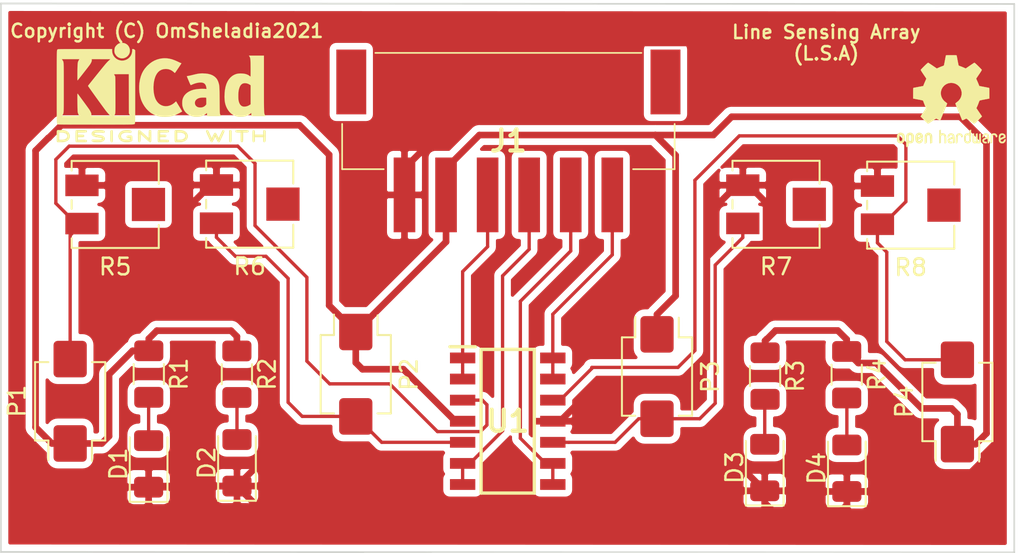
<source format=kicad_pcb>
(kicad_pcb (version 20171130) (host pcbnew "(5.1.4-0)")
  (layers (0 F.Cu signal) (31 B.Cu signal) (34 B.Paste user) (35 F.Paste user) (36 B.SilkS user) (37 F.SilkS user) (38 B.Mask user) (39 F.Mask user) (44 Edge.Cuts user))
  (net 0 "")
  (net 1 GND)
  (net 2 "Net-(D1-Pad2)")
  (net 3 "Net-(D2-Pad2)")
  (net 4 "Net-(D3-Pad2)")
  (net 5 "Net-(D4-Pad2)")
  (net 6 VCC)
  (net 7 01)
  (net 8 02)
  (net 9 03)
  (net 10 04)
  (net 11 "Net-(J1-PadMP1)")
  (net 12 "Net-(J1-PadMP2)")
  (net 13 A1)
  (net 14 A2)
  (net 15 A3)
  (net 16 A4)
  (net 17 "Net-(R5-Pad2)")
  (net 18 "Net-(R6-Pad2)")
  (net 19 "Net-(R7-Pad2)")
  (net 20 "Net-(R8-Pad2)")
  (module S6BXHSM4TBLFSN (layer F.Cu) (at 99.48 53.41)
    (fp_text reference J1 (at 0 1.025) (layer F.SilkS) (effects (font (size 1.27 1.27) (thickness 0.254))))
    (fp_text value S6B-XH-SM4-TB__LF__SN_ hide)
    (pad 1 smd rect (at -6.25 4.275 180) (size 1.3 4.5) (layers F.Cu F.Paste F.Mask) (net 1 GND))
    (pad 2 smd rect (at -3.75 4.275 180) (size 1.3 4.5) (layers F.Cu F.Paste F.Mask) (net 6 VCC))
    (pad 3 smd rect (at -1.25 4.275 180) (size 1.3 4.5) (layers F.Cu F.Paste F.Mask) (net 7 01))
    (pad 4 smd rect (at 1.25 4.275 180) (size 1.3 4.5) (layers F.Cu F.Paste F.Mask) (net 8 02))
    (pad 5 smd rect (at 3.75 4.275 180) (size 1.3 4.5) (layers F.Cu F.Paste F.Mask) (net 9 03))
    (pad 6 smd rect (at 6.25 4.275 180) (size 1.3 4.5) (layers F.Cu F.Paste F.Mask) (net 10 04))
    (pad MP1 smd rect (at -9.45 -2.525 180) (size 1.8 3.9) (layers F.Cu F.Paste F.Mask) (net 11 "Net-(J1-PadMP1)"))
    (pad MP2 smd rect (at 9.45 -2.525 180) (size 1.8 3.9) (layers F.Cu F.Paste F.Mask) (net 12 "Net-(J1-PadMP2)"))
  )
  (module Potentiometer_SMD:Potentiometer_Vishay_TS53YJ_Vertical (layer F.Cu) (at 123.68 58.3 180)
    (fp_text reference R8 (at 0 -3.75 180) (layer F.SilkS))
    (fp_text value R_POT_Small)
    (pad 3 smd rect (at 2 1.15 180) (size 2 1.3) (layers F.Cu F.Paste F.Mask) (net 1 GND))
    (pad 2 smd rect (at -2 0 180) (size 2 2) (layers F.Cu F.Paste F.Mask) (net 20 "Net-(R8-Pad2)"))
    (pad 1 smd rect (at 2 -1.15 180) (size 2 1.3) (layers F.Cu F.Paste F.Mask) (net 16 A4))
  )
  (module Potentiometer_SMD:Potentiometer_Vishay_TS53YJ_Vertical (layer F.Cu) (at 115.58 58.25 180)
    (fp_text reference R7 (at 0 -3.75 180) (layer F.SilkS))
    (fp_text value R_POT_Small)
    (pad 1 smd rect (at 2 -1.15 180) (size 2 1.3) (layers F.Cu F.Paste F.Mask) (net 15 A3))
    (pad 2 smd rect (at -2 0 180) (size 2 2) (layers F.Cu F.Paste F.Mask) (net 19 "Net-(R7-Pad2)"))
    (pad 3 smd rect (at 2 1.15 180) (size 2 1.3) (layers F.Cu F.Paste F.Mask) (net 1 GND))
  )
  (module Potentiometer_SMD:Potentiometer_Vishay_TS53YJ_Vertical (layer F.Cu) (at 83.92 58.24 180)
    (fp_text reference R6 (at 0 -3.75 180) (layer F.SilkS))
    (fp_text value R_POT_Small)
    (pad 3 smd rect (at 2 1.15 180) (size 2 1.3) (layers F.Cu F.Paste F.Mask) (net 1 GND))
    (pad 2 smd rect (at -2 0 180) (size 2 2) (layers F.Cu F.Paste F.Mask) (net 18 "Net-(R6-Pad2)"))
    (pad 1 smd rect (at 2 -1.15 180) (size 2 1.3) (layers F.Cu F.Paste F.Mask) (net 14 A2))
  )
  (module OptoDevice:Osram_SMD-DIL2_4.5x4.0mm (layer F.Cu) (at 73.12 70.11 90)
    (fp_text reference P1 (at 0.01 -3.2 90) (layer F.SilkS))
    (fp_text value D_Photo)
    (pad 2 smd roundrect (at 2.54 0 270) (size 2.2 2) (layers F.Cu F.Paste F.Mask) (roundrect_rratio 0.125) (net 13 A1))
    (pad 1 smd roundrect (at -2.54 0 270) (size 2.2 2) (layers F.Cu F.Paste F.Mask) (roundrect_rratio 0.125) (net 6 VCC))
  )
  (module OptoDevice:Osram_SMD-DIL2_4.5x4.0mm (layer F.Cu) (at 126.49 70.15 90)
    (fp_text reference P4 (at 0.01 -3.2 90) (layer F.SilkS))
    (fp_text value D_Photo)
    (pad 1 smd roundrect (at -2.54 0 270) (size 2.2 2) (layers F.Cu F.Paste F.Mask) (roundrect_rratio 0.125) (net 6 VCC))
    (pad 2 smd roundrect (at 2.54 0 270) (size 2.2 2) (layers F.Cu F.Paste F.Mask) (roundrect_rratio 0.125) (net 16 A4))
  )
  (module OptoDevice:Osram_SMD-DIL2_4.5x4.0mm (layer F.Cu) (at 108.42 68.62 270)
    (fp_text reference P3 (at 0.01 -3.2 270) (layer F.SilkS))
    (fp_text value D_Photo)
    (pad 2 smd roundrect (at 2.54 0 90) (size 2.2 2) (layers F.Cu F.Paste F.Mask) (roundrect_rratio 0.125) (net 15 A3))
    (pad 1 smd roundrect (at -2.54 0 90) (size 2.2 2) (layers F.Cu F.Paste F.Mask) (roundrect_rratio 0.125) (net 6 VCC))
  )
  (module Potentiometer_SMD:Potentiometer_Vishay_TS53YJ_Vertical (layer F.Cu) (at 75.83 58.26 180)
    (fp_text reference R5 (at 0 -3.75 180) (layer F.SilkS))
    (fp_text value R_POT_Small)
    (pad 1 smd rect (at 2 -1.15 180) (size 2 1.3) (layers F.Cu F.Paste F.Mask) (net 13 A1))
    (pad 2 smd rect (at -2 0 180) (size 2 2) (layers F.Cu F.Paste F.Mask) (net 17 "Net-(R5-Pad2)"))
    (pad 3 smd rect (at 2 1.15 180) (size 2 1.3) (layers F.Cu F.Paste F.Mask) (net 1 GND))
  )
  (module Symbol:OSHW-Logo2_7.3x6mm_SilkScreen (layer F.Cu) (at 126.12 52.03)
    (fp_text reference REF** hide)
    (fp_text value OSHW-Logo2_7.3x6mm_SilkScreen hide)
  )
  (module Symbol:KiCad-Logo2_5mm_SilkScreen (layer F.Cu) (at 78.59 51.51)
    (fp_text reference "" hide)
    (fp_text value KiCad-Logo2_5mm_SilkScreen hide)
  )
  (module LED_SMD:LED_1206_3216Metric (layer F.Cu) (at 77.84 73.88 90)
    (fp_text reference D1 (at 0 -1.82 90) (layer F.SilkS))
    (fp_text value LED)
    (pad 1 smd roundrect (at -1.4 0 90) (size 1.25 1.75) (layers F.Cu F.Paste F.Mask) (roundrect_rratio 0.2) (net 1 GND))
    (pad 2 smd roundrect (at 1.4 0 90) (size 1.25 1.75) (layers F.Cu F.Paste F.Mask) (roundrect_rratio 0.2) (net 2 "Net-(D1-Pad2)"))
  )
  (module LED_SMD:LED_1206_3216Metric (layer F.Cu) (at 83.155001 73.815001 90)
    (fp_text reference D2 (at 0 -1.82 90) (layer F.SilkS))
    (fp_text value LED)
    (pad 2 smd roundrect (at 1.4 0 90) (size 1.25 1.75) (layers F.Cu F.Paste F.Mask) (roundrect_rratio 0.2) (net 3 "Net-(D2-Pad2)"))
    (pad 1 smd roundrect (at -1.4 0 90) (size 1.25 1.75) (layers F.Cu F.Paste F.Mask) (roundrect_rratio 0.2) (net 1 GND))
  )
  (module LED_SMD:LED_1206_3216Metric (layer F.Cu) (at 114.9 74.1 90)
    (fp_text reference D3 (at 0 -1.82 90) (layer F.SilkS))
    (fp_text value LED)
    (pad 1 smd roundrect (at -1.4 0 90) (size 1.25 1.75) (layers F.Cu F.Paste F.Mask) (roundrect_rratio 0.2) (net 1 GND))
    (pad 2 smd roundrect (at 1.4 0 90) (size 1.25 1.75) (layers F.Cu F.Paste F.Mask) (roundrect_rratio 0.2) (net 4 "Net-(D3-Pad2)"))
  )
  (module LED_SMD:LED_1206_3216Metric (layer F.Cu) (at 119.84 74.14 90)
    (fp_text reference D4 (at 0 -1.82 90) (layer F.SilkS))
    (fp_text value LED)
    (pad 2 smd roundrect (at 1.4 0 90) (size 1.25 1.75) (layers F.Cu F.Paste F.Mask) (roundrect_rratio 0.2) (net 5 "Net-(D4-Pad2)"))
    (pad 1 smd roundrect (at -1.4 0 90) (size 1.25 1.75) (layers F.Cu F.Paste F.Mask) (roundrect_rratio 0.2) (net 1 GND))
  )
  (module OptoDevice:Osram_SMD-DIL2_4.5x4.0mm (layer F.Cu) (at 90.3 68.48 270)
    (fp_text reference P2 (at 0.01 -3.2 90) (layer F.SilkS))
    (fp_text value D_Photo)
    (pad 1 smd roundrect (at -2.54 0 90) (size 2.2 2) (layers F.Cu F.Paste F.Mask) (roundrect_rratio 0.125) (net 6 VCC))
    (pad 2 smd roundrect (at 2.54 0 90) (size 2.2 2) (layers F.Cu F.Paste F.Mask) (roundrect_rratio 0.125) (net 14 A2))
  )
  (module Resistor_SMD:R_1206_3216Metric (layer F.Cu) (at 77.85 68.47 270)
    (fp_text reference R1 (at 0 -1.82 90) (layer F.SilkS))
    (fp_text value R_US)
    (pad 1 smd roundrect (at -1.4 0 270) (size 1.25 1.75) (layers F.Cu F.Paste F.Mask) (roundrect_rratio 0.2) (net 6 VCC))
    (pad 2 smd roundrect (at 1.4 0 270) (size 1.25 1.75) (layers F.Cu F.Paste F.Mask) (roundrect_rratio 0.2) (net 2 "Net-(D1-Pad2)"))
  )
  (module Resistor_SMD:R_1206_3216Metric (layer F.Cu) (at 83.15 68.48 270)
    (fp_text reference R2 (at 0 -1.82 90) (layer F.SilkS))
    (fp_text value R_US)
    (pad 2 smd roundrect (at 1.4 0 270) (size 1.25 1.75) (layers F.Cu F.Paste F.Mask) (roundrect_rratio 0.2) (net 3 "Net-(D2-Pad2)"))
    (pad 1 smd roundrect (at -1.4 0 270) (size 1.25 1.75) (layers F.Cu F.Paste F.Mask) (roundrect_rratio 0.2) (net 6 VCC))
  )
  (module Resistor_SMD:R_1206_3216Metric (layer F.Cu) (at 114.92 68.59 270)
    (fp_text reference R3 (at 0 -1.82 90) (layer F.SilkS))
    (fp_text value R_US)
    (pad 1 smd roundrect (at -1.4 0 270) (size 1.25 1.75) (layers F.Cu F.Paste F.Mask) (roundrect_rratio 0.2) (net 6 VCC))
    (pad 2 smd roundrect (at 1.4 0 270) (size 1.25 1.75) (layers F.Cu F.Paste F.Mask) (roundrect_rratio 0.2) (net 4 "Net-(D3-Pad2)"))
  )
  (module Resistor_SMD:R_1206_3216Metric (layer F.Cu) (at 119.83 68.51 270)
    (fp_text reference R4 (at 0 -1.82 90) (layer F.SilkS))
    (fp_text value R_US)
    (pad 2 smd roundrect (at 1.4 0 270) (size 1.25 1.75) (layers F.Cu F.Paste F.Mask) (roundrect_rratio 0.2) (net 5 "Net-(D4-Pad2)"))
    (pad 1 smd roundrect (at -1.4 0 270) (size 1.25 1.75) (layers F.Cu F.Paste F.Mask) (roundrect_rratio 0.2) (net 6 VCC))
  )
  (module LIB_LM324DR:SOIC127P600X175-14N (layer F.Cu) (at 99.44 71.31)
    (fp_text reference U1 (at 0 0) (layer F.SilkS) (effects (font (size 1.27 1.27) (thickness 0.254))))
    (fp_text value LM324N_NOPB hide)
    (pad 1 smd rect (at -2.712 -3.81 90) (size 0.65 1.525) (layers F.Cu F.Paste F.Mask) (net 7 01))
    (pad 2 smd rect (at -2.712 -2.54 90) (size 0.65 1.525) (layers F.Cu F.Paste F.Mask) (net 7 01))
    (pad 3 smd rect (at -2.712 -1.27 90) (size 0.65 1.525) (layers F.Cu F.Paste F.Mask) (net 13 A1))
    (pad 4 smd rect (at -2.712 0 90) (size 0.65 1.525) (layers F.Cu F.Paste F.Mask) (net 6 VCC))
    (pad 5 smd rect (at -2.712 1.27 90) (size 0.65 1.525) (layers F.Cu F.Paste F.Mask) (net 14 A2))
    (pad 6 smd rect (at -2.712 2.54 90) (size 0.65 1.525) (layers F.Cu F.Paste F.Mask) (net 8 02))
    (pad 7 smd rect (at -2.712 3.81 90) (size 0.65 1.525) (layers F.Cu F.Paste F.Mask) (net 8 02))
    (pad 8 smd rect (at 2.712 3.81 90) (size 0.65 1.525) (layers F.Cu F.Paste F.Mask) (net 9 03))
    (pad 9 smd rect (at 2.712 2.54 90) (size 0.65 1.525) (layers F.Cu F.Paste F.Mask) (net 9 03))
    (pad 10 smd rect (at 2.712 1.27 90) (size 0.65 1.525) (layers F.Cu F.Paste F.Mask) (net 15 A3))
    (pad 11 smd rect (at 2.712 0 90) (size 0.65 1.525) (layers F.Cu F.Paste F.Mask) (net 1 GND))
    (pad 12 smd rect (at 2.712 -1.27 90) (size 0.65 1.525) (layers F.Cu F.Paste F.Mask) (net 16 A4))
    (pad 13 smd rect (at 2.712 -2.54 90) (size 0.65 1.525) (layers F.Cu F.Paste F.Mask) (net 10 04))
    (pad 14 smd rect (at 2.712 -3.81 90) (size 0.65 1.525) (layers F.Cu F.Paste F.Mask) (net 10 04))
  )
  (gr_line (start 68.95 46.16) (end 129.91 46.19) (layer Edge.Cuts) (width 0.1))
  (gr_line (start 129.91 46.19) (end 129.91 79.21) (layer Edge.Cuts) (width 0.1))
  (gr_line (start 68.95 46.16) (end 68.95 79.18) (layer Edge.Cuts) (width 0.1))
  (gr_line (start 129.91 79.21) (end 68.95 79.18) (layer Edge.Cuts) (width 0.1))
  (gr_text "Copyright (C) OmSheladia2021" (at 78.93 47.81) (layer F.SilkS) (effects (font (size 0.8 0.8))))
  (gr_text "Line Sensing Array\n(L.S.A)" (at 118.6 48.52) (layer F.SilkS) (effects (font (size 0.8 0.8))))
  (segment (start 77.904999 75.215001) (end 77.84 75.28) (width 0.4) (layer F.Cu) (net 1))
  (segment (start 83.155001 75.215001) (end 77.904999 75.215001) (width 0.4) (layer F.Cu) (net 1))
  (segment (start 81.52 55.64) (end 81.92 56.04) (width 0.4) (layer F.Cu) (net 1))
  (segment (start 81.92 56.04) (end 81.92 57.09) (width 0.4) (layer F.Cu) (net 1))
  (segment (start 74.25 55.64) (end 81.52 55.64) (width 0.4) (layer F.Cu) (net 1))
  (segment (start 73.83 56.06) (end 74.25 55.64) (width 0.4) (layer F.Cu) (net 1))
  (segment (start 73.83 57.11) (end 73.83 56.06) (width 0.4) (layer F.Cu) (net 1))
  (segment (start 81.57 57.09) (end 79.87 58.79) (width 0.4) (layer F.Cu) (net 1))
  (segment (start 81.92 57.09) (end 81.57 57.09) (width 0.4) (layer F.Cu) (net 1))
  (segment (start 79.87 58.79) (end 79.87 60.56) (width 0.4) (layer F.Cu) (net 1))
  (segment (start 79.87 60.56) (end 83.66 64.35) (width 0.4) (layer F.Cu) (net 1))
  (segment (start 83.66 64.35) (end 84.68 64.35) (width 0.4) (layer F.Cu) (net 1))
  (segment (start 84.68 64.35) (end 85.15 64.82) (width 0.4) (layer F.Cu) (net 1))
  (segment (start 85.15 73.220002) (end 83.155001 75.215001) (width 0.4) (layer F.Cu) (net 1))
  (segment (start 85.15 64.82) (end 85.15 73.220002) (width 0.4) (layer F.Cu) (net 1))
  (segment (start 121.68 56.1) (end 121.68 57.15) (width 0.4) (layer F.Cu) (net 1))
  (segment (start 120.95 55.37) (end 121.68 56.1) (width 0.4) (layer F.Cu) (net 1))
  (segment (start 118.47 55.34) (end 118.5 55.37) (width 0.4) (layer F.Cu) (net 1))
  (segment (start 113.58 56.05) (end 114.29 55.34) (width 0.4) (layer F.Cu) (net 1))
  (segment (start 114.29 55.34) (end 118.47 55.34) (width 0.4) (layer F.Cu) (net 1))
  (segment (start 118.5 55.37) (end 120.95 55.37) (width 0.4) (layer F.Cu) (net 1))
  (segment (start 113.58 57.1) (end 113.58 56.05) (width 0.4) (layer F.Cu) (net 1))
  (segment (start 114.9 76.225) (end 115.36 76.685) (width 0.4) (layer F.Cu) (net 1))
  (segment (start 114.9 75.5) (end 114.9 76.225) (width 0.4) (layer F.Cu) (net 1))
  (segment (start 119.84 76.35) (end 119.84 75.54) (width 0.4) (layer F.Cu) (net 1))
  (segment (start 119.505 76.685) (end 119.84 76.35) (width 0.4) (layer F.Cu) (net 1))
  (segment (start 112.8 73.4) (end 112.8 64.27) (width 0.4) (layer F.Cu) (net 1))
  (segment (start 114.9 75.5) (end 112.8 73.4) (width 0.4) (layer F.Cu) (net 1))
  (segment (start 113.93 57.1) (end 113.58 57.1) (width 0.4) (layer F.Cu) (net 1))
  (segment (start 114.980001 62.089999) (end 114.98 58.15) (width 0.4) (layer F.Cu) (net 1))
  (segment (start 114.98 58.15) (end 113.93 57.1) (width 0.4) (layer F.Cu) (net 1))
  (segment (start 112.8 64.27) (end 114.980001 62.089999) (width 0.4) (layer F.Cu) (net 1))
  (segment (start 113.23 57.1) (end 113.58 57.1) (width 0.4) (layer F.Cu) (net 1))
  (segment (start 111.419992 67.807128) (end 111.419992 58.910008) (width 0.4) (layer F.Cu) (net 1))
  (segment (start 110.06711 69.16001) (end 111.419992 67.807128) (width 0.4) (layer F.Cu) (net 1))
  (segment (start 104.73949 69.16001) (end 110.06711 69.16001) (width 0.4) (layer F.Cu) (net 1))
  (segment (start 111.419992 58.910008) (end 113.23 57.1) (width 0.4) (layer F.Cu) (net 1))
  (segment (start 102.5895 71.31) (end 104.73949 69.16001) (width 0.4) (layer F.Cu) (net 1))
  (segment (start 102.152 71.31) (end 102.5895 71.31) (width 0.4) (layer F.Cu) (net 1))
  (segment (start 128.84001 72.859246) (end 128.84001 50.20001) (width 0.4) (layer F.Cu) (net 1))
  (segment (start 126.159256 75.54) (end 128.84001 72.859246) (width 0.4) (layer F.Cu) (net 1))
  (segment (start 119.84 75.54) (end 126.159256 75.54) (width 0.4) (layer F.Cu) (net 1))
  (segment (start 100.780001 48.534999) (end 93.23 56.085) (width 0.4) (layer F.Cu) (net 1))
  (segment (start 127.174999 48.534999) (end 100.780001 48.534999) (width 0.4) (layer F.Cu) (net 1))
  (segment (start 93.23 56.085) (end 93.23 57.685) (width 0.4) (layer F.Cu) (net 1))
  (segment (start 128.84001 50.20001) (end 127.174999 48.534999) (width 0.4) (layer F.Cu) (net 1))
  (segment (start 84.625 76.685) (end 116.815 76.685) (width 0.4) (layer F.Cu) (net 1))
  (segment (start 83.155001 75.215001) (end 84.625 76.685) (width 0.4) (layer F.Cu) (net 1))
  (segment (start 116.815 76.685) (end 119.505 76.685) (width 0.4) (layer F.Cu) (net 1))
  (segment (start 115.36 76.685) (end 116.815 76.685) (width 0.4) (layer F.Cu) (net 1))
  (segment (start 77.84 69.88) (end 77.85 69.87) (width 0.2) (layer F.Cu) (net 2))
  (segment (start 77.84 72.48) (end 77.84 69.88) (width 0.2) (layer F.Cu) (net 2))
  (segment (start 83.155001 69.885001) (end 83.15 69.88) (width 0.2) (layer F.Cu) (net 3))
  (segment (start 83.155001 72.415001) (end 83.155001 69.885001) (width 0.2) (layer F.Cu) (net 3))
  (segment (start 114.9 70.01) (end 114.92 69.99) (width 0.2) (layer F.Cu) (net 4))
  (segment (start 114.9 72.7) (end 114.9 70.01) (width 0.2) (layer F.Cu) (net 4))
  (segment (start 119.84 69.92) (end 119.83 69.91) (width 0.2) (layer F.Cu) (net 5))
  (segment (start 119.84 72.74) (end 119.84 69.92) (width 0.2) (layer F.Cu) (net 5))
  (segment (start 119.83 66.385) (end 119.295 65.85) (width 0.4) (layer F.Cu) (net 6))
  (segment (start 119.83 67.11) (end 119.83 66.385) (width 0.4) (layer F.Cu) (net 6))
  (segment (start 119.295 65.85) (end 115.55 65.85) (width 0.4) (layer F.Cu) (net 6))
  (segment (start 115.55 65.85) (end 115.03 66.37) (width 0.4) (layer F.Cu) (net 6))
  (segment (start 114.92 66.465) (end 114.92 67.19) (width 0.4) (layer F.Cu) (net 6))
  (segment (start 115.015 66.37) (end 114.92 66.465) (width 0.4) (layer F.Cu) (net 6))
  (segment (start 115.03 66.37) (end 115.015 66.37) (width 0.4) (layer F.Cu) (net 6))
  (segment (start 126.49 70.89) (end 126.49 72.69) (width 0.4) (layer F.Cu) (net 6))
  (segment (start 126.14 70.54) (end 126.49 70.89) (width 0.4) (layer F.Cu) (net 6))
  (segment (start 124.34 70.54) (end 126.14 70.54) (width 0.4) (layer F.Cu) (net 6))
  (segment (start 120.52571 67.80571) (end 121.60571 67.80571) (width 0.4) (layer F.Cu) (net 6))
  (segment (start 121.60571 67.80571) (end 124.34 70.54) (width 0.4) (layer F.Cu) (net 6))
  (segment (start 119.83 67.11) (end 120.52571 67.80571) (width 0.4) (layer F.Cu) (net 6))
  (segment (start 77.85 66.345) (end 78.335 65.86) (width 0.4) (layer F.Cu) (net 6))
  (segment (start 77.85 67.07) (end 77.85 66.345) (width 0.4) (layer F.Cu) (net 6))
  (segment (start 78.335 65.86) (end 82.8 65.86) (width 0.4) (layer F.Cu) (net 6))
  (segment (start 83.15 66.21) (end 83.15 67.08) (width 0.4) (layer F.Cu) (net 6))
  (segment (start 82.8 65.86) (end 83.15 66.21) (width 0.4) (layer F.Cu) (net 6))
  (segment (start 76.875 67.07) (end 75.46 68.485) (width 0.4) (layer F.Cu) (net 6))
  (segment (start 77.85 67.07) (end 76.875 67.07) (width 0.4) (layer F.Cu) (net 6))
  (segment (start 75.46 68.485) (end 75.46 72.21) (width 0.4) (layer F.Cu) (net 6))
  (segment (start 75.02 72.65) (end 73.12 72.65) (width 0.4) (layer F.Cu) (net 6))
  (segment (start 75.46 72.21) (end 75.02 72.65) (width 0.4) (layer F.Cu) (net 6))
  (segment (start 72.02 72.65) (end 71.04 71.67) (width 0.4) (layer F.Cu) (net 6))
  (segment (start 73.12 72.65) (end 72.02 72.65) (width 0.4) (layer F.Cu) (net 6))
  (segment (start 71.04 71.67) (end 71.04 55.02) (width 0.4) (layer F.Cu) (net 6))
  (segment (start 71.04 55.02) (end 71.81001 54.24999) (width 0.4) (layer F.Cu) (net 6))
  (segment (start 90.7 68.18) (end 90.3 67.78) (width 0.4) (layer F.Cu) (net 6))
  (segment (start 93.1605 68.18) (end 90.7 68.18) (width 0.4) (layer F.Cu) (net 6))
  (segment (start 96.2905 71.31) (end 93.1605 68.18) (width 0.4) (layer F.Cu) (net 6))
  (segment (start 90.3 67.78) (end 90.3 65.94) (width 0.4) (layer F.Cu) (net 6))
  (segment (start 96.728 71.31) (end 96.2905 71.31) (width 0.4) (layer F.Cu) (net 6))
  (segment (start 95.73 60.51) (end 95.73 57.685) (width 0.4) (layer F.Cu) (net 6))
  (segment (start 90.3 65.94) (end 95.73 60.51) (width 0.4) (layer F.Cu) (net 6))
  (segment (start 71.81001 54.24999) (end 71.83001 54.24999) (width 0.4) (layer F.Cu) (net 6))
  (segment (start 71.83001 54.24999) (end 72.59 53.49) (width 0.4) (layer F.Cu) (net 6))
  (segment (start 72.59 53.49) (end 86.92 53.49) (width 0.4) (layer F.Cu) (net 6))
  (segment (start 86.92 53.49) (end 88.7 55.27) (width 0.4) (layer F.Cu) (net 6))
  (segment (start 88.7 64.34) (end 90.3 65.94) (width 0.4) (layer F.Cu) (net 6))
  (segment (start 88.7 55.27) (end 88.7 64.34) (width 0.4) (layer F.Cu) (net 6))
  (segment (start 127.59 72.69) (end 128.24 72.04) (width 0.4) (layer F.Cu) (net 6))
  (segment (start 126.49 72.69) (end 127.59 72.69) (width 0.4) (layer F.Cu) (net 6))
  (segment (start 128.24 72.04) (end 128.24 54.56) (width 0.4) (layer F.Cu) (net 6))
  (segment (start 128.24 54.56) (end 126.66 52.98) (width 0.4) (layer F.Cu) (net 6))
  (segment (start 126.66 52.98) (end 112.91 52.98) (width 0.4) (layer F.Cu) (net 6))
  (segment (start 112.91 52.98) (end 111.81 54.08) (width 0.4) (layer F.Cu) (net 6))
  (segment (start 95.73 56.085) (end 95.73 57.685) (width 0.4) (layer F.Cu) (net 6))
  (segment (start 97.735 54.08) (end 95.73 56.085) (width 0.4) (layer F.Cu) (net 6))
  (segment (start 108.42 64.88) (end 109.54 63.76) (width 0.4) (layer F.Cu) (net 6))
  (segment (start 108.42 66.08) (end 108.42 64.88) (width 0.4) (layer F.Cu) (net 6))
  (segment (start 109.54 55.3) (end 108.32 54.08) (width 0.4) (layer F.Cu) (net 6))
  (segment (start 109.54 63.76) (end 109.54 55.3) (width 0.4) (layer F.Cu) (net 6))
  (segment (start 108.32 54.08) (end 97.735 54.08) (width 0.4) (layer F.Cu) (net 6))
  (segment (start 111.81 54.08) (end 108.32 54.08) (width 0.4) (layer F.Cu) (net 6))
  (segment (start 96.728 68.77) (end 96.728 67.5) (width 0.2) (layer F.Cu) (net 7))
  (segment (start 96.728 67.5) (end 96.728 62.302) (width 0.2) (layer F.Cu) (net 7))
  (segment (start 98.23 60.8) (end 98.23 57.685) (width 0.2) (layer F.Cu) (net 7))
  (segment (start 96.728 62.302) (end 98.23 60.8) (width 0.2) (layer F.Cu) (net 7))
  (segment (start 96.728 75.12) (end 96.728 73.85) (width 0.2) (layer F.Cu) (net 8))
  (segment (start 97.1655 73.85) (end 99.13 71.8855) (width 0.2) (layer F.Cu) (net 8))
  (segment (start 96.728 73.85) (end 97.1655 73.85) (width 0.2) (layer F.Cu) (net 8))
  (segment (start 99.13 71.8855) (end 99.13 62.56) (width 0.2) (layer F.Cu) (net 8))
  (segment (start 100.73 60.96) (end 100.73 57.685) (width 0.2) (layer F.Cu) (net 8))
  (segment (start 99.13 62.56) (end 100.73 60.96) (width 0.2) (layer F.Cu) (net 8))
  (segment (start 102.152 75.12) (end 102.152 73.85) (width 0.2) (layer F.Cu) (net 9))
  (segment (start 101.7145 73.85) (end 100.2 72.3355) (width 0.2) (layer F.Cu) (net 9))
  (segment (start 102.152 73.85) (end 101.7145 73.85) (width 0.2) (layer F.Cu) (net 9))
  (segment (start 100.2 72.3355) (end 100.2 64.09) (width 0.2) (layer F.Cu) (net 9))
  (segment (start 103.23 61.06) (end 103.23 57.685) (width 0.2) (layer F.Cu) (net 9))
  (segment (start 100.2 64.09) (end 103.23 61.06) (width 0.2) (layer F.Cu) (net 9))
  (segment (start 102.152 68.77) (end 102.152 67.5) (width 0.2) (layer F.Cu) (net 10))
  (segment (start 102.152 67.5) (end 102.152 64.868) (width 0.2) (layer F.Cu) (net 10))
  (segment (start 105.73 61.29) (end 105.73 57.685) (width 0.2) (layer F.Cu) (net 10))
  (segment (start 102.152 64.868) (end 105.73 61.29) (width 0.2) (layer F.Cu) (net 10))
  (segment (start 73.12 60.12) (end 73.83 59.41) (width 0.2) (layer F.Cu) (net 13))
  (segment (start 73.12 67.57) (end 73.12 60.12) (width 0.2) (layer F.Cu) (net 13))
  (segment (start 72.26 58.19) (end 73.48 59.41) (width 0.2) (layer F.Cu) (net 13))
  (segment (start 83.2 54.75) (end 73.06 54.75) (width 0.2) (layer F.Cu) (net 13))
  (segment (start 72.26 55.55) (end 72.26 58.19) (width 0.2) (layer F.Cu) (net 13))
  (segment (start 73.06 54.75) (end 72.26 55.55) (width 0.2) (layer F.Cu) (net 13))
  (segment (start 73.48 59.41) (end 73.83 59.41) (width 0.2) (layer F.Cu) (net 13))
  (segment (start 84.24 55.79) (end 83.2 54.75) (width 0.2) (layer F.Cu) (net 13))
  (segment (start 84.24 55.79) (end 84.24 59.53) (width 0.2) (layer F.Cu) (net 13))
  (segment (start 84.24 59.53) (end 87.36 62.65) (width 0.2) (layer F.Cu) (net 13))
  (segment (start 87.36 62.65) (end 87.36 67.69) (width 0.2) (layer F.Cu) (net 13))
  (segment (start 87.36 67.69) (end 88.73 69.06) (width 0.2) (layer F.Cu) (net 13))
  (segment (start 95.215001 71.935001) (end 97.794999 71.935001) (width 0.2) (layer F.Cu) (net 13))
  (segment (start 92.34 69.06) (end 95.215001 71.935001) (width 0.2) (layer F.Cu) (net 13))
  (segment (start 88.73 69.06) (end 92.34 69.06) (width 0.2) (layer F.Cu) (net 13))
  (segment (start 97.794999 71.935001) (end 98.19 71.54) (width 0.2) (layer F.Cu) (net 13))
  (segment (start 98.19 71.54) (end 98.19 70.32) (width 0.2) (layer F.Cu) (net 13))
  (segment (start 97.91 70.04) (end 96.728 70.04) (width 0.2) (layer F.Cu) (net 13))
  (segment (start 98.19 70.32) (end 97.91 70.04) (width 0.2) (layer F.Cu) (net 13))
  (segment (start 91.86 72.58) (end 90.3 71.02) (width 0.2) (layer F.Cu) (net 14))
  (segment (start 96.728 72.58) (end 91.86 72.58) (width 0.2) (layer F.Cu) (net 14))
  (segment (start 81.92 60.24) (end 83.06 61.38) (width 0.2) (layer F.Cu) (net 14))
  (segment (start 81.92 59.39) (end 81.92 60.24) (width 0.2) (layer F.Cu) (net 14))
  (segment (start 83.06 61.38) (end 84.9 61.38) (width 0.2) (layer F.Cu) (net 14))
  (segment (start 84.9 61.38) (end 86.23 62.71) (width 0.2) (layer F.Cu) (net 14))
  (segment (start 86.23 62.71) (end 86.23 70.17) (width 0.2) (layer F.Cu) (net 14))
  (segment (start 87.08 71.02) (end 90.3 71.02) (width 0.2) (layer F.Cu) (net 14))
  (segment (start 86.23 70.17) (end 87.08 71.02) (width 0.2) (layer F.Cu) (net 14))
  (segment (start 113.58 60.25) (end 111.92 61.91) (width 0.2) (layer F.Cu) (net 15))
  (segment (start 113.58 59.4) (end 113.58 60.25) (width 0.2) (layer F.Cu) (net 15))
  (segment (start 111.92 61.91) (end 111.92 70.23) (width 0.2) (layer F.Cu) (net 15))
  (segment (start 110.99 71.16) (end 108.42 71.16) (width 0.2) (layer F.Cu) (net 15))
  (segment (start 111.92 70.23) (end 110.99 71.16) (width 0.2) (layer F.Cu) (net 15))
  (segment (start 103.1145 72.58) (end 102.152 72.58) (width 0.2) (layer F.Cu) (net 15))
  (segment (start 105.9 72.58) (end 103.1145 72.58) (width 0.2) (layer F.Cu) (net 15))
  (segment (start 107.32 71.16) (end 105.9 72.58) (width 0.2) (layer F.Cu) (net 15))
  (segment (start 108.42 71.16) (end 107.32 71.16) (width 0.2) (layer F.Cu) (net 15))
  (segment (start 126.49 67.61) (end 123.34 67.61) (width 0.2) (layer F.Cu) (net 16))
  (segment (start 123.34 67.61) (end 122.24 66.51) (width 0.2) (layer F.Cu) (net 16))
  (segment (start 122.24 66.51) (end 122.24 61.13) (width 0.2) (layer F.Cu) (net 16))
  (segment (start 121.68 60.57) (end 121.68 59.45) (width 0.2) (layer F.Cu) (net 16))
  (segment (start 122.24 61.13) (end 121.68 60.57) (width 0.2) (layer F.Cu) (net 16))
  (segment (start 122.03 59.45) (end 123.39 58.09) (width 0.2) (layer F.Cu) (net 16))
  (segment (start 121.68 59.45) (end 122.03 59.45) (width 0.2) (layer F.Cu) (net 16))
  (segment (start 123.39 58.09) (end 123.39 54.64) (width 0.2) (layer F.Cu) (net 16))
  (segment (start 123.39 54.64) (end 122.88 54.13) (width 0.2) (layer F.Cu) (net 16))
  (segment (start 122.88 54.13) (end 113.37 54.13) (width 0.2) (layer F.Cu) (net 16))
  (segment (start 113.37 54.13) (end 110.7 56.8) (width 0.2) (layer F.Cu) (net 16))
  (segment (start 110.7 56.8) (end 110.7 67.05) (width 0.2) (layer F.Cu) (net 16))
  (segment (start 110.7 67.05) (end 109.68 68.07) (width 0.2) (layer F.Cu) (net 16))
  (segment (start 109.68 68.07) (end 104.5 68.07) (width 0.2) (layer F.Cu) (net 16))
  (segment (start 102.5895 70.04) (end 102.152 70.04) (width 0.2) (layer F.Cu) (net 16))
  (segment (start 104.5 68.1295) (end 102.5895 70.04) (width 0.2) (layer F.Cu) (net 16))
  (segment (start 104.5 68.07) (end 104.5 68.1295) (width 0.2) (layer F.Cu) (net 16))
  (zone (net 1) (net_name GND) (layer F.Cu) (connect_pads (clearance 0.4)) (min_thickness 0.2) (fill yes (arc_segments 32) (thermal_gap 0.4) (thermal_bridge_width 0.4))
    (polygon (pts (xy 68.97 46.18) (xy 129.9 46.19) (xy 129.91 79.21) (xy 68.95 79.19)))
  )
)
</source>
